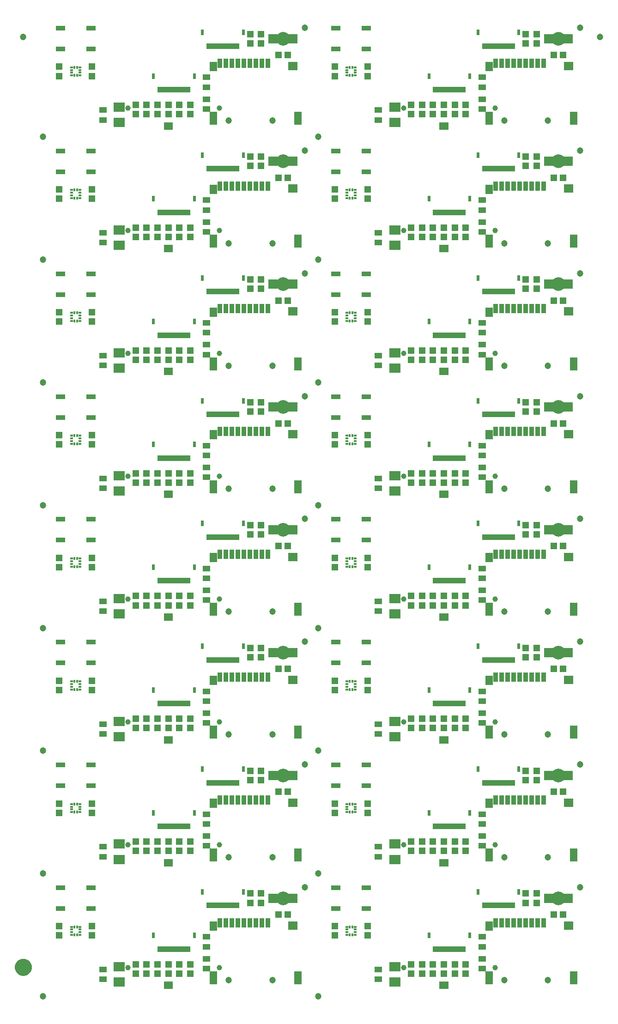
<source format=gts>
G04 EAGLE Gerber RS-274X export*
G75*
%MOMM*%
%FSLAX34Y34*%
%LPD*%
%INSoldermask Top*%
%IPPOS*%
%AMOC8*
5,1,8,0,0,1.08239X$1,22.5*%
G01*
%ADD10C,1.003200*%
%ADD11R,1.403200X1.003200*%
%ADD12R,1.203200X1.303200*%
%ADD13R,2.003200X1.803200*%
%ADD14R,0.838200X1.473200*%
%ADD15C,1.203200*%
%ADD16R,1.303200X1.203200*%
%ADD17R,1.703200X1.803200*%
%ADD18C,2.503200*%
%ADD19R,0.503200X1.003200*%
%ADD20R,0.603200X1.003200*%
%ADD21R,0.453200X0.478200*%
%ADD22R,0.478200X0.453200*%
%ADD23R,1.727200X0.965200*%
%ADD24R,0.903200X1.803200*%
%ADD25R,1.403200X2.403200*%
%ADD26R,1.803200X1.603200*%
%ADD27R,1.403200X1.803200*%
%ADD28C,1.270000*%
%ADD29C,1.703200*%


D10*
X166250Y63000D03*
X333750Y63000D03*
D11*
X120000Y59000D03*
X120000Y41000D03*
X310000Y119000D03*
X310000Y101000D03*
X310000Y61000D03*
X310000Y79000D03*
D12*
X200000Y51500D03*
X200000Y68500D03*
D13*
X150000Y64000D03*
X150000Y36000D03*
D12*
X180000Y51500D03*
X180000Y68500D03*
X280000Y51500D03*
X280000Y68500D03*
X240000Y68500D03*
X240000Y51500D03*
X260000Y51500D03*
X260000Y68500D03*
X220000Y51500D03*
X220000Y68500D03*
D14*
X235936Y30000D03*
X244064Y30000D03*
D15*
X490000Y210000D03*
X10000Y10000D03*
D12*
X390000Y181500D03*
X390000Y198500D03*
D16*
X441500Y160000D03*
X458500Y160000D03*
D17*
X432000Y190000D03*
X468000Y190000D03*
D18*
X450000Y190000D03*
D12*
X410000Y181500D03*
X410000Y198500D03*
D19*
X367500Y176500D03*
X362500Y176500D03*
D20*
X377500Y201500D03*
X302500Y201500D03*
D19*
X357500Y176500D03*
X352500Y176500D03*
X347500Y176500D03*
X342500Y176500D03*
X337500Y176500D03*
X332500Y176500D03*
X327500Y176500D03*
X322500Y176500D03*
X317500Y176500D03*
X312500Y176500D03*
D21*
X67500Y122500D03*
X72500Y122500D03*
X72500Y137500D03*
X67500Y137500D03*
D22*
X62500Y137500D03*
X62500Y132500D03*
X62500Y122500D03*
X62500Y127500D03*
X77500Y122500D03*
X77500Y127500D03*
X77500Y132500D03*
X77500Y137500D03*
D12*
X40000Y121500D03*
X40000Y138500D03*
X100000Y121500D03*
X100000Y138500D03*
D23*
X97940Y170950D03*
X42060Y170950D03*
X97940Y209050D03*
X42060Y209050D03*
D19*
X277500Y96500D03*
X272500Y96500D03*
D20*
X287500Y121500D03*
X212500Y121500D03*
D19*
X267500Y96500D03*
X262500Y96500D03*
X257500Y96500D03*
X252500Y96500D03*
X247500Y96500D03*
X242500Y96500D03*
X237500Y96500D03*
X232500Y96500D03*
X227500Y96500D03*
X222500Y96500D03*
D24*
X400500Y145000D03*
X411500Y145000D03*
X422500Y145000D03*
X389500Y145000D03*
X378500Y145000D03*
X367500Y145000D03*
X356500Y145000D03*
X345500Y145000D03*
X334500Y145000D03*
D15*
X430500Y40000D03*
X350500Y40000D03*
D25*
X477500Y44000D03*
X322500Y44000D03*
D26*
X468500Y140000D03*
D27*
X322500Y139000D03*
D10*
X671329Y63000D03*
X838829Y63000D03*
D11*
X625079Y59000D03*
X625079Y41000D03*
X815079Y119000D03*
X815079Y101000D03*
X815079Y61000D03*
X815079Y79000D03*
D12*
X705079Y51500D03*
X705079Y68500D03*
D13*
X655079Y64000D03*
X655079Y36000D03*
D12*
X685079Y51500D03*
X685079Y68500D03*
X785079Y51500D03*
X785079Y68500D03*
X745079Y68500D03*
X745079Y51500D03*
X765079Y51500D03*
X765079Y68500D03*
X725079Y51500D03*
X725079Y68500D03*
D14*
X741015Y30000D03*
X749143Y30000D03*
D15*
X995079Y210000D03*
X515079Y10000D03*
D12*
X895079Y181500D03*
X895079Y198500D03*
D16*
X946579Y160000D03*
X963579Y160000D03*
D17*
X937079Y190000D03*
X973079Y190000D03*
D18*
X955079Y190000D03*
D12*
X915079Y181500D03*
X915079Y198500D03*
D19*
X872579Y176500D03*
X867579Y176500D03*
D20*
X882579Y201500D03*
X807579Y201500D03*
D19*
X862579Y176500D03*
X857579Y176500D03*
X852579Y176500D03*
X847579Y176500D03*
X842579Y176500D03*
X837579Y176500D03*
X832579Y176500D03*
X827579Y176500D03*
X822579Y176500D03*
X817579Y176500D03*
D21*
X572579Y122500D03*
X577579Y122500D03*
X577579Y137500D03*
X572579Y137500D03*
D22*
X567579Y137500D03*
X567579Y132500D03*
X567579Y122500D03*
X567579Y127500D03*
X582579Y122500D03*
X582579Y127500D03*
X582579Y132500D03*
X582579Y137500D03*
D12*
X545079Y121500D03*
X545079Y138500D03*
X605079Y121500D03*
X605079Y138500D03*
D23*
X603019Y170950D03*
X547139Y170950D03*
X603019Y209050D03*
X547139Y209050D03*
D19*
X782579Y96500D03*
X777579Y96500D03*
D20*
X792579Y121500D03*
X717579Y121500D03*
D19*
X772579Y96500D03*
X767579Y96500D03*
X762579Y96500D03*
X757579Y96500D03*
X752579Y96500D03*
X747579Y96500D03*
X742579Y96500D03*
X737579Y96500D03*
X732579Y96500D03*
X727579Y96500D03*
D24*
X905579Y145000D03*
X916579Y145000D03*
X927579Y145000D03*
X894579Y145000D03*
X883579Y145000D03*
X872579Y145000D03*
X861579Y145000D03*
X850579Y145000D03*
X839579Y145000D03*
D15*
X935579Y40000D03*
X855579Y40000D03*
D25*
X982579Y44000D03*
X827579Y44000D03*
D26*
X973579Y140000D03*
D27*
X827579Y139000D03*
D10*
X166250Y288069D03*
X333750Y288069D03*
D11*
X120000Y284069D03*
X120000Y266069D03*
X310000Y344069D03*
X310000Y326069D03*
X310000Y286069D03*
X310000Y304069D03*
D12*
X200000Y276569D03*
X200000Y293569D03*
D13*
X150000Y289069D03*
X150000Y261069D03*
D12*
X180000Y276569D03*
X180000Y293569D03*
X280000Y276569D03*
X280000Y293569D03*
X240000Y293569D03*
X240000Y276569D03*
X260000Y276569D03*
X260000Y293569D03*
X220000Y276569D03*
X220000Y293569D03*
D14*
X235936Y255069D03*
X244064Y255069D03*
D15*
X490000Y435069D03*
X10000Y235069D03*
D12*
X390000Y406569D03*
X390000Y423569D03*
D16*
X441500Y385069D03*
X458500Y385069D03*
D17*
X432000Y415069D03*
X468000Y415069D03*
D18*
X450000Y415069D03*
D12*
X410000Y406569D03*
X410000Y423569D03*
D19*
X367500Y401569D03*
X362500Y401569D03*
D20*
X377500Y426569D03*
X302500Y426569D03*
D19*
X357500Y401569D03*
X352500Y401569D03*
X347500Y401569D03*
X342500Y401569D03*
X337500Y401569D03*
X332500Y401569D03*
X327500Y401569D03*
X322500Y401569D03*
X317500Y401569D03*
X312500Y401569D03*
D21*
X67500Y347569D03*
X72500Y347569D03*
X72500Y362569D03*
X67500Y362569D03*
D22*
X62500Y362569D03*
X62500Y357569D03*
X62500Y347569D03*
X62500Y352569D03*
X77500Y347569D03*
X77500Y352569D03*
X77500Y357569D03*
X77500Y362569D03*
D12*
X40000Y346569D03*
X40000Y363569D03*
X100000Y346569D03*
X100000Y363569D03*
D23*
X97940Y396019D03*
X42060Y396019D03*
X97940Y434119D03*
X42060Y434119D03*
D19*
X277500Y321569D03*
X272500Y321569D03*
D20*
X287500Y346569D03*
X212500Y346569D03*
D19*
X267500Y321569D03*
X262500Y321569D03*
X257500Y321569D03*
X252500Y321569D03*
X247500Y321569D03*
X242500Y321569D03*
X237500Y321569D03*
X232500Y321569D03*
X227500Y321569D03*
X222500Y321569D03*
D24*
X400500Y370069D03*
X411500Y370069D03*
X422500Y370069D03*
X389500Y370069D03*
X378500Y370069D03*
X367500Y370069D03*
X356500Y370069D03*
X345500Y370069D03*
X334500Y370069D03*
D15*
X430500Y265069D03*
X350500Y265069D03*
D25*
X477500Y269069D03*
X322500Y269069D03*
D26*
X468500Y365069D03*
D27*
X322500Y364069D03*
D10*
X671329Y288069D03*
X838829Y288069D03*
D11*
X625079Y284069D03*
X625079Y266069D03*
X815079Y344069D03*
X815079Y326069D03*
X815079Y286069D03*
X815079Y304069D03*
D12*
X705079Y276569D03*
X705079Y293569D03*
D13*
X655079Y289069D03*
X655079Y261069D03*
D12*
X685079Y276569D03*
X685079Y293569D03*
X785079Y276569D03*
X785079Y293569D03*
X745079Y293569D03*
X745079Y276569D03*
X765079Y276569D03*
X765079Y293569D03*
X725079Y276569D03*
X725079Y293569D03*
D14*
X741015Y255069D03*
X749143Y255069D03*
D15*
X995079Y435069D03*
X515079Y235069D03*
D12*
X895079Y406569D03*
X895079Y423569D03*
D16*
X946579Y385069D03*
X963579Y385069D03*
D17*
X937079Y415069D03*
X973079Y415069D03*
D18*
X955079Y415069D03*
D12*
X915079Y406569D03*
X915079Y423569D03*
D19*
X872579Y401569D03*
X867579Y401569D03*
D20*
X882579Y426569D03*
X807579Y426569D03*
D19*
X862579Y401569D03*
X857579Y401569D03*
X852579Y401569D03*
X847579Y401569D03*
X842579Y401569D03*
X837579Y401569D03*
X832579Y401569D03*
X827579Y401569D03*
X822579Y401569D03*
X817579Y401569D03*
D21*
X572579Y347569D03*
X577579Y347569D03*
X577579Y362569D03*
X572579Y362569D03*
D22*
X567579Y362569D03*
X567579Y357569D03*
X567579Y347569D03*
X567579Y352569D03*
X582579Y347569D03*
X582579Y352569D03*
X582579Y357569D03*
X582579Y362569D03*
D12*
X545079Y346569D03*
X545079Y363569D03*
X605079Y346569D03*
X605079Y363569D03*
D23*
X603019Y396019D03*
X547139Y396019D03*
X603019Y434119D03*
X547139Y434119D03*
D19*
X782579Y321569D03*
X777579Y321569D03*
D20*
X792579Y346569D03*
X717579Y346569D03*
D19*
X772579Y321569D03*
X767579Y321569D03*
X762579Y321569D03*
X757579Y321569D03*
X752579Y321569D03*
X747579Y321569D03*
X742579Y321569D03*
X737579Y321569D03*
X732579Y321569D03*
X727579Y321569D03*
D24*
X905579Y370069D03*
X916579Y370069D03*
X927579Y370069D03*
X894579Y370069D03*
X883579Y370069D03*
X872579Y370069D03*
X861579Y370069D03*
X850579Y370069D03*
X839579Y370069D03*
D15*
X935579Y265069D03*
X855579Y265069D03*
D25*
X982579Y269069D03*
X827579Y269069D03*
D26*
X973579Y365069D03*
D27*
X827579Y364069D03*
D10*
X166250Y513164D03*
X333750Y513164D03*
D11*
X120000Y509164D03*
X120000Y491164D03*
X310000Y569164D03*
X310000Y551164D03*
X310000Y511164D03*
X310000Y529164D03*
D12*
X200000Y501664D03*
X200000Y518664D03*
D13*
X150000Y514164D03*
X150000Y486164D03*
D12*
X180000Y501664D03*
X180000Y518664D03*
X280000Y501664D03*
X280000Y518664D03*
X240000Y518664D03*
X240000Y501664D03*
X260000Y501664D03*
X260000Y518664D03*
X220000Y501664D03*
X220000Y518664D03*
D14*
X235936Y480164D03*
X244064Y480164D03*
D15*
X490000Y660164D03*
X10000Y460164D03*
D12*
X390000Y631664D03*
X390000Y648664D03*
D16*
X441500Y610164D03*
X458500Y610164D03*
D17*
X432000Y640164D03*
X468000Y640164D03*
D18*
X450000Y640164D03*
D12*
X410000Y631664D03*
X410000Y648664D03*
D19*
X367500Y626664D03*
X362500Y626664D03*
D20*
X377500Y651664D03*
X302500Y651664D03*
D19*
X357500Y626664D03*
X352500Y626664D03*
X347500Y626664D03*
X342500Y626664D03*
X337500Y626664D03*
X332500Y626664D03*
X327500Y626664D03*
X322500Y626664D03*
X317500Y626664D03*
X312500Y626664D03*
D21*
X67500Y572664D03*
X72500Y572664D03*
X72500Y587664D03*
X67500Y587664D03*
D22*
X62500Y587664D03*
X62500Y582664D03*
X62500Y572664D03*
X62500Y577664D03*
X77500Y572664D03*
X77500Y577664D03*
X77500Y582664D03*
X77500Y587664D03*
D12*
X40000Y571664D03*
X40000Y588664D03*
X100000Y571664D03*
X100000Y588664D03*
D23*
X97940Y621114D03*
X42060Y621114D03*
X97940Y659214D03*
X42060Y659214D03*
D19*
X277500Y546664D03*
X272500Y546664D03*
D20*
X287500Y571664D03*
X212500Y571664D03*
D19*
X267500Y546664D03*
X262500Y546664D03*
X257500Y546664D03*
X252500Y546664D03*
X247500Y546664D03*
X242500Y546664D03*
X237500Y546664D03*
X232500Y546664D03*
X227500Y546664D03*
X222500Y546664D03*
D24*
X400500Y595164D03*
X411500Y595164D03*
X422500Y595164D03*
X389500Y595164D03*
X378500Y595164D03*
X367500Y595164D03*
X356500Y595164D03*
X345500Y595164D03*
X334500Y595164D03*
D15*
X430500Y490164D03*
X350500Y490164D03*
D25*
X477500Y494164D03*
X322500Y494164D03*
D26*
X468500Y590164D03*
D27*
X322500Y589164D03*
D10*
X671329Y513164D03*
X838829Y513164D03*
D11*
X625079Y509164D03*
X625079Y491164D03*
X815079Y569164D03*
X815079Y551164D03*
X815079Y511164D03*
X815079Y529164D03*
D12*
X705079Y501664D03*
X705079Y518664D03*
D13*
X655079Y514164D03*
X655079Y486164D03*
D12*
X685079Y501664D03*
X685079Y518664D03*
X785079Y501664D03*
X785079Y518664D03*
X745079Y518664D03*
X745079Y501664D03*
X765079Y501664D03*
X765079Y518664D03*
X725079Y501664D03*
X725079Y518664D03*
D14*
X741015Y480164D03*
X749143Y480164D03*
D15*
X995079Y660164D03*
X515079Y460164D03*
D12*
X895079Y631664D03*
X895079Y648664D03*
D16*
X946579Y610164D03*
X963579Y610164D03*
D17*
X937079Y640164D03*
X973079Y640164D03*
D18*
X955079Y640164D03*
D12*
X915079Y631664D03*
X915079Y648664D03*
D19*
X872579Y626664D03*
X867579Y626664D03*
D20*
X882579Y651664D03*
X807579Y651664D03*
D19*
X862579Y626664D03*
X857579Y626664D03*
X852579Y626664D03*
X847579Y626664D03*
X842579Y626664D03*
X837579Y626664D03*
X832579Y626664D03*
X827579Y626664D03*
X822579Y626664D03*
X817579Y626664D03*
D21*
X572579Y572664D03*
X577579Y572664D03*
X577579Y587664D03*
X572579Y587664D03*
D22*
X567579Y587664D03*
X567579Y582664D03*
X567579Y572664D03*
X567579Y577664D03*
X582579Y572664D03*
X582579Y577664D03*
X582579Y582664D03*
X582579Y587664D03*
D12*
X545079Y571664D03*
X545079Y588664D03*
X605079Y571664D03*
X605079Y588664D03*
D23*
X603019Y621114D03*
X547139Y621114D03*
X603019Y659214D03*
X547139Y659214D03*
D19*
X782579Y546664D03*
X777579Y546664D03*
D20*
X792579Y571664D03*
X717579Y571664D03*
D19*
X772579Y546664D03*
X767579Y546664D03*
X762579Y546664D03*
X757579Y546664D03*
X752579Y546664D03*
X747579Y546664D03*
X742579Y546664D03*
X737579Y546664D03*
X732579Y546664D03*
X727579Y546664D03*
D24*
X905579Y595164D03*
X916579Y595164D03*
X927579Y595164D03*
X894579Y595164D03*
X883579Y595164D03*
X872579Y595164D03*
X861579Y595164D03*
X850579Y595164D03*
X839579Y595164D03*
D15*
X935579Y490164D03*
X855579Y490164D03*
D25*
X982579Y494164D03*
X827579Y494164D03*
D26*
X973579Y590164D03*
D27*
X827579Y589164D03*
D10*
X166250Y738234D03*
X333750Y738234D03*
D11*
X120000Y734234D03*
X120000Y716234D03*
X310000Y794234D03*
X310000Y776234D03*
X310000Y736234D03*
X310000Y754234D03*
D12*
X200000Y726734D03*
X200000Y743734D03*
D13*
X150000Y739234D03*
X150000Y711234D03*
D12*
X180000Y726734D03*
X180000Y743734D03*
X280000Y726734D03*
X280000Y743734D03*
X240000Y743734D03*
X240000Y726734D03*
X260000Y726734D03*
X260000Y743734D03*
X220000Y726734D03*
X220000Y743734D03*
D14*
X235936Y705234D03*
X244064Y705234D03*
D15*
X490000Y885234D03*
X10000Y685234D03*
D12*
X390000Y856734D03*
X390000Y873734D03*
D16*
X441500Y835234D03*
X458500Y835234D03*
D17*
X432000Y865234D03*
X468000Y865234D03*
D18*
X450000Y865234D03*
D12*
X410000Y856734D03*
X410000Y873734D03*
D19*
X367500Y851734D03*
X362500Y851734D03*
D20*
X377500Y876734D03*
X302500Y876734D03*
D19*
X357500Y851734D03*
X352500Y851734D03*
X347500Y851734D03*
X342500Y851734D03*
X337500Y851734D03*
X332500Y851734D03*
X327500Y851734D03*
X322500Y851734D03*
X317500Y851734D03*
X312500Y851734D03*
D21*
X67500Y797734D03*
X72500Y797734D03*
X72500Y812734D03*
X67500Y812734D03*
D22*
X62500Y812734D03*
X62500Y807734D03*
X62500Y797734D03*
X62500Y802734D03*
X77500Y797734D03*
X77500Y802734D03*
X77500Y807734D03*
X77500Y812734D03*
D12*
X40000Y796734D03*
X40000Y813734D03*
X100000Y796734D03*
X100000Y813734D03*
D23*
X97940Y846184D03*
X42060Y846184D03*
X97940Y884284D03*
X42060Y884284D03*
D19*
X277500Y771734D03*
X272500Y771734D03*
D20*
X287500Y796734D03*
X212500Y796734D03*
D19*
X267500Y771734D03*
X262500Y771734D03*
X257500Y771734D03*
X252500Y771734D03*
X247500Y771734D03*
X242500Y771734D03*
X237500Y771734D03*
X232500Y771734D03*
X227500Y771734D03*
X222500Y771734D03*
D24*
X400500Y820234D03*
X411500Y820234D03*
X422500Y820234D03*
X389500Y820234D03*
X378500Y820234D03*
X367500Y820234D03*
X356500Y820234D03*
X345500Y820234D03*
X334500Y820234D03*
D15*
X430500Y715234D03*
X350500Y715234D03*
D25*
X477500Y719234D03*
X322500Y719234D03*
D26*
X468500Y815234D03*
D27*
X322500Y814234D03*
D10*
X671329Y738234D03*
X838829Y738234D03*
D11*
X625079Y734234D03*
X625079Y716234D03*
X815079Y794234D03*
X815079Y776234D03*
X815079Y736234D03*
X815079Y754234D03*
D12*
X705079Y726734D03*
X705079Y743734D03*
D13*
X655079Y739234D03*
X655079Y711234D03*
D12*
X685079Y726734D03*
X685079Y743734D03*
X785079Y726734D03*
X785079Y743734D03*
X745079Y743734D03*
X745079Y726734D03*
X765079Y726734D03*
X765079Y743734D03*
X725079Y726734D03*
X725079Y743734D03*
D14*
X741015Y705234D03*
X749143Y705234D03*
D15*
X995079Y885234D03*
X515079Y685234D03*
D12*
X895079Y856734D03*
X895079Y873734D03*
D16*
X946579Y835234D03*
X963579Y835234D03*
D17*
X937079Y865234D03*
X973079Y865234D03*
D18*
X955079Y865234D03*
D12*
X915079Y856734D03*
X915079Y873734D03*
D19*
X872579Y851734D03*
X867579Y851734D03*
D20*
X882579Y876734D03*
X807579Y876734D03*
D19*
X862579Y851734D03*
X857579Y851734D03*
X852579Y851734D03*
X847579Y851734D03*
X842579Y851734D03*
X837579Y851734D03*
X832579Y851734D03*
X827579Y851734D03*
X822579Y851734D03*
X817579Y851734D03*
D21*
X572579Y797734D03*
X577579Y797734D03*
X577579Y812734D03*
X572579Y812734D03*
D22*
X567579Y812734D03*
X567579Y807734D03*
X567579Y797734D03*
X567579Y802734D03*
X582579Y797734D03*
X582579Y802734D03*
X582579Y807734D03*
X582579Y812734D03*
D12*
X545079Y796734D03*
X545079Y813734D03*
X605079Y796734D03*
X605079Y813734D03*
D23*
X603019Y846184D03*
X547139Y846184D03*
X603019Y884284D03*
X547139Y884284D03*
D19*
X782579Y771734D03*
X777579Y771734D03*
D20*
X792579Y796734D03*
X717579Y796734D03*
D19*
X772579Y771734D03*
X767579Y771734D03*
X762579Y771734D03*
X757579Y771734D03*
X752579Y771734D03*
X747579Y771734D03*
X742579Y771734D03*
X737579Y771734D03*
X732579Y771734D03*
X727579Y771734D03*
D24*
X905579Y820234D03*
X916579Y820234D03*
X927579Y820234D03*
X894579Y820234D03*
X883579Y820234D03*
X872579Y820234D03*
X861579Y820234D03*
X850579Y820234D03*
X839579Y820234D03*
D15*
X935579Y715234D03*
X855579Y715234D03*
D25*
X982579Y719234D03*
X827579Y719234D03*
D26*
X973579Y815234D03*
D27*
X827579Y814234D03*
D10*
X166250Y963328D03*
X333750Y963328D03*
D11*
X120000Y959328D03*
X120000Y941328D03*
X310000Y1019328D03*
X310000Y1001328D03*
X310000Y961328D03*
X310000Y979328D03*
D12*
X200000Y951828D03*
X200000Y968828D03*
D13*
X150000Y964328D03*
X150000Y936328D03*
D12*
X180000Y951828D03*
X180000Y968828D03*
X280000Y951828D03*
X280000Y968828D03*
X240000Y968828D03*
X240000Y951828D03*
X260000Y951828D03*
X260000Y968828D03*
X220000Y951828D03*
X220000Y968828D03*
D14*
X235936Y930328D03*
X244064Y930328D03*
D15*
X490000Y1110328D03*
X10000Y910328D03*
D12*
X390000Y1081828D03*
X390000Y1098828D03*
D16*
X441500Y1060328D03*
X458500Y1060328D03*
D17*
X432000Y1090328D03*
X468000Y1090328D03*
D18*
X450000Y1090328D03*
D12*
X410000Y1081828D03*
X410000Y1098828D03*
D19*
X367500Y1076828D03*
X362500Y1076828D03*
D20*
X377500Y1101828D03*
X302500Y1101828D03*
D19*
X357500Y1076828D03*
X352500Y1076828D03*
X347500Y1076828D03*
X342500Y1076828D03*
X337500Y1076828D03*
X332500Y1076828D03*
X327500Y1076828D03*
X322500Y1076828D03*
X317500Y1076828D03*
X312500Y1076828D03*
D21*
X67500Y1022828D03*
X72500Y1022828D03*
X72500Y1037828D03*
X67500Y1037828D03*
D22*
X62500Y1037828D03*
X62500Y1032828D03*
X62500Y1022828D03*
X62500Y1027828D03*
X77500Y1022828D03*
X77500Y1027828D03*
X77500Y1032828D03*
X77500Y1037828D03*
D12*
X40000Y1021828D03*
X40000Y1038828D03*
X100000Y1021828D03*
X100000Y1038828D03*
D23*
X97940Y1071278D03*
X42060Y1071278D03*
X97940Y1109378D03*
X42060Y1109378D03*
D19*
X277500Y996828D03*
X272500Y996828D03*
D20*
X287500Y1021828D03*
X212500Y1021828D03*
D19*
X267500Y996828D03*
X262500Y996828D03*
X257500Y996828D03*
X252500Y996828D03*
X247500Y996828D03*
X242500Y996828D03*
X237500Y996828D03*
X232500Y996828D03*
X227500Y996828D03*
X222500Y996828D03*
D24*
X400500Y1045328D03*
X411500Y1045328D03*
X422500Y1045328D03*
X389500Y1045328D03*
X378500Y1045328D03*
X367500Y1045328D03*
X356500Y1045328D03*
X345500Y1045328D03*
X334500Y1045328D03*
D15*
X430500Y940328D03*
X350500Y940328D03*
D25*
X477500Y944328D03*
X322500Y944328D03*
D26*
X468500Y1040328D03*
D27*
X322500Y1039328D03*
D10*
X671329Y963328D03*
X838829Y963328D03*
D11*
X625079Y959328D03*
X625079Y941328D03*
X815079Y1019328D03*
X815079Y1001328D03*
X815079Y961328D03*
X815079Y979328D03*
D12*
X705079Y951828D03*
X705079Y968828D03*
D13*
X655079Y964328D03*
X655079Y936328D03*
D12*
X685079Y951828D03*
X685079Y968828D03*
X785079Y951828D03*
X785079Y968828D03*
X745079Y968828D03*
X745079Y951828D03*
X765079Y951828D03*
X765079Y968828D03*
X725079Y951828D03*
X725079Y968828D03*
D14*
X741015Y930328D03*
X749143Y930328D03*
D15*
X995079Y1110328D03*
X515079Y910328D03*
D12*
X895079Y1081828D03*
X895079Y1098828D03*
D16*
X946579Y1060328D03*
X963579Y1060328D03*
D17*
X937079Y1090328D03*
X973079Y1090328D03*
D18*
X955079Y1090328D03*
D12*
X915079Y1081828D03*
X915079Y1098828D03*
D19*
X872579Y1076828D03*
X867579Y1076828D03*
D20*
X882579Y1101828D03*
X807579Y1101828D03*
D19*
X862579Y1076828D03*
X857579Y1076828D03*
X852579Y1076828D03*
X847579Y1076828D03*
X842579Y1076828D03*
X837579Y1076828D03*
X832579Y1076828D03*
X827579Y1076828D03*
X822579Y1076828D03*
X817579Y1076828D03*
D21*
X572579Y1022828D03*
X577579Y1022828D03*
X577579Y1037828D03*
X572579Y1037828D03*
D22*
X567579Y1037828D03*
X567579Y1032828D03*
X567579Y1022828D03*
X567579Y1027828D03*
X582579Y1022828D03*
X582579Y1027828D03*
X582579Y1032828D03*
X582579Y1037828D03*
D12*
X545079Y1021828D03*
X545079Y1038828D03*
X605079Y1021828D03*
X605079Y1038828D03*
D23*
X603019Y1071278D03*
X547139Y1071278D03*
X603019Y1109378D03*
X547139Y1109378D03*
D19*
X782579Y996828D03*
X777579Y996828D03*
D20*
X792579Y1021828D03*
X717579Y1021828D03*
D19*
X772579Y996828D03*
X767579Y996828D03*
X762579Y996828D03*
X757579Y996828D03*
X752579Y996828D03*
X747579Y996828D03*
X742579Y996828D03*
X737579Y996828D03*
X732579Y996828D03*
X727579Y996828D03*
D24*
X905579Y1045328D03*
X916579Y1045328D03*
X927579Y1045328D03*
X894579Y1045328D03*
X883579Y1045328D03*
X872579Y1045328D03*
X861579Y1045328D03*
X850579Y1045328D03*
X839579Y1045328D03*
D15*
X935579Y940328D03*
X855579Y940328D03*
D25*
X982579Y944328D03*
X827579Y944328D03*
D26*
X973579Y1040328D03*
D27*
X827579Y1039328D03*
D10*
X166250Y1188398D03*
X333750Y1188398D03*
D11*
X120000Y1184398D03*
X120000Y1166398D03*
X310000Y1244398D03*
X310000Y1226398D03*
X310000Y1186398D03*
X310000Y1204398D03*
D12*
X200000Y1176898D03*
X200000Y1193898D03*
D13*
X150000Y1189398D03*
X150000Y1161398D03*
D12*
X180000Y1176898D03*
X180000Y1193898D03*
X280000Y1176898D03*
X280000Y1193898D03*
X240000Y1193898D03*
X240000Y1176898D03*
X260000Y1176898D03*
X260000Y1193898D03*
X220000Y1176898D03*
X220000Y1193898D03*
D14*
X235936Y1155398D03*
X244064Y1155398D03*
D15*
X490000Y1335398D03*
X10000Y1135398D03*
D12*
X390000Y1306898D03*
X390000Y1323898D03*
D16*
X441500Y1285398D03*
X458500Y1285398D03*
D17*
X432000Y1315398D03*
X468000Y1315398D03*
D18*
X450000Y1315398D03*
D12*
X410000Y1306898D03*
X410000Y1323898D03*
D19*
X367500Y1301898D03*
X362500Y1301898D03*
D20*
X377500Y1326898D03*
X302500Y1326898D03*
D19*
X357500Y1301898D03*
X352500Y1301898D03*
X347500Y1301898D03*
X342500Y1301898D03*
X337500Y1301898D03*
X332500Y1301898D03*
X327500Y1301898D03*
X322500Y1301898D03*
X317500Y1301898D03*
X312500Y1301898D03*
D21*
X67500Y1247898D03*
X72500Y1247898D03*
X72500Y1262898D03*
X67500Y1262898D03*
D22*
X62500Y1262898D03*
X62500Y1257898D03*
X62500Y1247898D03*
X62500Y1252898D03*
X77500Y1247898D03*
X77500Y1252898D03*
X77500Y1257898D03*
X77500Y1262898D03*
D12*
X40000Y1246898D03*
X40000Y1263898D03*
X100000Y1246898D03*
X100000Y1263898D03*
D23*
X97940Y1296348D03*
X42060Y1296348D03*
X97940Y1334448D03*
X42060Y1334448D03*
D19*
X277500Y1221898D03*
X272500Y1221898D03*
D20*
X287500Y1246898D03*
X212500Y1246898D03*
D19*
X267500Y1221898D03*
X262500Y1221898D03*
X257500Y1221898D03*
X252500Y1221898D03*
X247500Y1221898D03*
X242500Y1221898D03*
X237500Y1221898D03*
X232500Y1221898D03*
X227500Y1221898D03*
X222500Y1221898D03*
D24*
X400500Y1270398D03*
X411500Y1270398D03*
X422500Y1270398D03*
X389500Y1270398D03*
X378500Y1270398D03*
X367500Y1270398D03*
X356500Y1270398D03*
X345500Y1270398D03*
X334500Y1270398D03*
D15*
X430500Y1165398D03*
X350500Y1165398D03*
D25*
X477500Y1169398D03*
X322500Y1169398D03*
D26*
X468500Y1265398D03*
D27*
X322500Y1264398D03*
D10*
X671329Y1188398D03*
X838829Y1188398D03*
D11*
X625079Y1184398D03*
X625079Y1166398D03*
X815079Y1244398D03*
X815079Y1226398D03*
X815079Y1186398D03*
X815079Y1204398D03*
D12*
X705079Y1176898D03*
X705079Y1193898D03*
D13*
X655079Y1189398D03*
X655079Y1161398D03*
D12*
X685079Y1176898D03*
X685079Y1193898D03*
X785079Y1176898D03*
X785079Y1193898D03*
X745079Y1193898D03*
X745079Y1176898D03*
X765079Y1176898D03*
X765079Y1193898D03*
X725079Y1176898D03*
X725079Y1193898D03*
D14*
X741015Y1155398D03*
X749143Y1155398D03*
D15*
X995079Y1335398D03*
X515079Y1135398D03*
D12*
X895079Y1306898D03*
X895079Y1323898D03*
D16*
X946579Y1285398D03*
X963579Y1285398D03*
D17*
X937079Y1315398D03*
X973079Y1315398D03*
D18*
X955079Y1315398D03*
D12*
X915079Y1306898D03*
X915079Y1323898D03*
D19*
X872579Y1301898D03*
X867579Y1301898D03*
D20*
X882579Y1326898D03*
X807579Y1326898D03*
D19*
X862579Y1301898D03*
X857579Y1301898D03*
X852579Y1301898D03*
X847579Y1301898D03*
X842579Y1301898D03*
X837579Y1301898D03*
X832579Y1301898D03*
X827579Y1301898D03*
X822579Y1301898D03*
X817579Y1301898D03*
D21*
X572579Y1247898D03*
X577579Y1247898D03*
X577579Y1262898D03*
X572579Y1262898D03*
D22*
X567579Y1262898D03*
X567579Y1257898D03*
X567579Y1247898D03*
X567579Y1252898D03*
X582579Y1247898D03*
X582579Y1252898D03*
X582579Y1257898D03*
X582579Y1262898D03*
D12*
X545079Y1246898D03*
X545079Y1263898D03*
X605079Y1246898D03*
X605079Y1263898D03*
D23*
X603019Y1296348D03*
X547139Y1296348D03*
X603019Y1334448D03*
X547139Y1334448D03*
D19*
X782579Y1221898D03*
X777579Y1221898D03*
D20*
X792579Y1246898D03*
X717579Y1246898D03*
D19*
X772579Y1221898D03*
X767579Y1221898D03*
X762579Y1221898D03*
X757579Y1221898D03*
X752579Y1221898D03*
X747579Y1221898D03*
X742579Y1221898D03*
X737579Y1221898D03*
X732579Y1221898D03*
X727579Y1221898D03*
D24*
X905579Y1270398D03*
X916579Y1270398D03*
X927579Y1270398D03*
X894579Y1270398D03*
X883579Y1270398D03*
X872579Y1270398D03*
X861579Y1270398D03*
X850579Y1270398D03*
X839579Y1270398D03*
D15*
X935579Y1165398D03*
X855579Y1165398D03*
D25*
X982579Y1169398D03*
X827579Y1169398D03*
D26*
X973579Y1265398D03*
D27*
X827579Y1264398D03*
D10*
X166250Y1413493D03*
X333750Y1413493D03*
D11*
X120000Y1409493D03*
X120000Y1391493D03*
X310000Y1469493D03*
X310000Y1451493D03*
X310000Y1411493D03*
X310000Y1429493D03*
D12*
X200000Y1401993D03*
X200000Y1418993D03*
D13*
X150000Y1414493D03*
X150000Y1386493D03*
D12*
X180000Y1401993D03*
X180000Y1418993D03*
X280000Y1401993D03*
X280000Y1418993D03*
X240000Y1418993D03*
X240000Y1401993D03*
X260000Y1401993D03*
X260000Y1418993D03*
X220000Y1401993D03*
X220000Y1418993D03*
D14*
X235936Y1380493D03*
X244064Y1380493D03*
D15*
X490000Y1560493D03*
X10000Y1360493D03*
D12*
X390000Y1531993D03*
X390000Y1548993D03*
D16*
X441500Y1510493D03*
X458500Y1510493D03*
D17*
X432000Y1540493D03*
X468000Y1540493D03*
D18*
X450000Y1540493D03*
D12*
X410000Y1531993D03*
X410000Y1548993D03*
D19*
X367500Y1526993D03*
X362500Y1526993D03*
D20*
X377500Y1551993D03*
X302500Y1551993D03*
D19*
X357500Y1526993D03*
X352500Y1526993D03*
X347500Y1526993D03*
X342500Y1526993D03*
X337500Y1526993D03*
X332500Y1526993D03*
X327500Y1526993D03*
X322500Y1526993D03*
X317500Y1526993D03*
X312500Y1526993D03*
D21*
X67500Y1472993D03*
X72500Y1472993D03*
X72500Y1487993D03*
X67500Y1487993D03*
D22*
X62500Y1487993D03*
X62500Y1482993D03*
X62500Y1472993D03*
X62500Y1477993D03*
X77500Y1472993D03*
X77500Y1477993D03*
X77500Y1482993D03*
X77500Y1487993D03*
D12*
X40000Y1471993D03*
X40000Y1488993D03*
X100000Y1471993D03*
X100000Y1488993D03*
D23*
X97940Y1521443D03*
X42060Y1521443D03*
X97940Y1559543D03*
X42060Y1559543D03*
D19*
X277500Y1446993D03*
X272500Y1446993D03*
D20*
X287500Y1471993D03*
X212500Y1471993D03*
D19*
X267500Y1446993D03*
X262500Y1446993D03*
X257500Y1446993D03*
X252500Y1446993D03*
X247500Y1446993D03*
X242500Y1446993D03*
X237500Y1446993D03*
X232500Y1446993D03*
X227500Y1446993D03*
X222500Y1446993D03*
D24*
X400500Y1495493D03*
X411500Y1495493D03*
X422500Y1495493D03*
X389500Y1495493D03*
X378500Y1495493D03*
X367500Y1495493D03*
X356500Y1495493D03*
X345500Y1495493D03*
X334500Y1495493D03*
D15*
X430500Y1390493D03*
X350500Y1390493D03*
D25*
X477500Y1394493D03*
X322500Y1394493D03*
D26*
X468500Y1490493D03*
D27*
X322500Y1489493D03*
D10*
X671329Y1413493D03*
X838829Y1413493D03*
D11*
X625079Y1409493D03*
X625079Y1391493D03*
X815079Y1469493D03*
X815079Y1451493D03*
X815079Y1411493D03*
X815079Y1429493D03*
D12*
X705079Y1401993D03*
X705079Y1418993D03*
D13*
X655079Y1414493D03*
X655079Y1386493D03*
D12*
X685079Y1401993D03*
X685079Y1418993D03*
X785079Y1401993D03*
X785079Y1418993D03*
X745079Y1418993D03*
X745079Y1401993D03*
X765079Y1401993D03*
X765079Y1418993D03*
X725079Y1401993D03*
X725079Y1418993D03*
D14*
X741015Y1380493D03*
X749143Y1380493D03*
D15*
X995079Y1560493D03*
X515079Y1360493D03*
D12*
X895079Y1531993D03*
X895079Y1548993D03*
D16*
X946579Y1510493D03*
X963579Y1510493D03*
D17*
X937079Y1540493D03*
X973079Y1540493D03*
D18*
X955079Y1540493D03*
D12*
X915079Y1531993D03*
X915079Y1548993D03*
D19*
X872579Y1526993D03*
X867579Y1526993D03*
D20*
X882579Y1551993D03*
X807579Y1551993D03*
D19*
X862579Y1526993D03*
X857579Y1526993D03*
X852579Y1526993D03*
X847579Y1526993D03*
X842579Y1526993D03*
X837579Y1526993D03*
X832579Y1526993D03*
X827579Y1526993D03*
X822579Y1526993D03*
X817579Y1526993D03*
D21*
X572579Y1472993D03*
X577579Y1472993D03*
X577579Y1487993D03*
X572579Y1487993D03*
D22*
X567579Y1487993D03*
X567579Y1482993D03*
X567579Y1472993D03*
X567579Y1477993D03*
X582579Y1472993D03*
X582579Y1477993D03*
X582579Y1482993D03*
X582579Y1487993D03*
D12*
X545079Y1471993D03*
X545079Y1488993D03*
X605079Y1471993D03*
X605079Y1488993D03*
D23*
X603019Y1521443D03*
X547139Y1521443D03*
X603019Y1559543D03*
X547139Y1559543D03*
D19*
X782579Y1446993D03*
X777579Y1446993D03*
D20*
X792579Y1471993D03*
X717579Y1471993D03*
D19*
X772579Y1446993D03*
X767579Y1446993D03*
X762579Y1446993D03*
X757579Y1446993D03*
X752579Y1446993D03*
X747579Y1446993D03*
X742579Y1446993D03*
X737579Y1446993D03*
X732579Y1446993D03*
X727579Y1446993D03*
D24*
X905579Y1495493D03*
X916579Y1495493D03*
X927579Y1495493D03*
X894579Y1495493D03*
X883579Y1495493D03*
X872579Y1495493D03*
X861579Y1495493D03*
X850579Y1495493D03*
X839579Y1495493D03*
D15*
X935579Y1390493D03*
X855579Y1390493D03*
D25*
X982579Y1394493D03*
X827579Y1394493D03*
D26*
X973579Y1490493D03*
D27*
X827579Y1489493D03*
D10*
X166250Y1638562D03*
X333750Y1638562D03*
D11*
X120000Y1634562D03*
X120000Y1616562D03*
X310000Y1694562D03*
X310000Y1676562D03*
X310000Y1636562D03*
X310000Y1654562D03*
D12*
X200000Y1627062D03*
X200000Y1644062D03*
D13*
X150000Y1639562D03*
X150000Y1611562D03*
D12*
X180000Y1627062D03*
X180000Y1644062D03*
X280000Y1627062D03*
X280000Y1644062D03*
X240000Y1644062D03*
X240000Y1627062D03*
X260000Y1627062D03*
X260000Y1644062D03*
X220000Y1627062D03*
X220000Y1644062D03*
D14*
X235936Y1605562D03*
X244064Y1605562D03*
D15*
X490000Y1785562D03*
X10000Y1585562D03*
D12*
X390000Y1757062D03*
X390000Y1774062D03*
D16*
X441500Y1735562D03*
X458500Y1735562D03*
D17*
X432000Y1765562D03*
X468000Y1765562D03*
D18*
X450000Y1765562D03*
D12*
X410000Y1757062D03*
X410000Y1774062D03*
D19*
X367500Y1752062D03*
X362500Y1752062D03*
D20*
X377500Y1777062D03*
X302500Y1777062D03*
D19*
X357500Y1752062D03*
X352500Y1752062D03*
X347500Y1752062D03*
X342500Y1752062D03*
X337500Y1752062D03*
X332500Y1752062D03*
X327500Y1752062D03*
X322500Y1752062D03*
X317500Y1752062D03*
X312500Y1752062D03*
D21*
X67500Y1698062D03*
X72500Y1698062D03*
X72500Y1713062D03*
X67500Y1713062D03*
D22*
X62500Y1713062D03*
X62500Y1708062D03*
X62500Y1698062D03*
X62500Y1703062D03*
X77500Y1698062D03*
X77500Y1703062D03*
X77500Y1708062D03*
X77500Y1713062D03*
D12*
X40000Y1697062D03*
X40000Y1714062D03*
X100000Y1697062D03*
X100000Y1714062D03*
D23*
X97940Y1746512D03*
X42060Y1746512D03*
X97940Y1784612D03*
X42060Y1784612D03*
D19*
X277500Y1672062D03*
X272500Y1672062D03*
D20*
X287500Y1697062D03*
X212500Y1697062D03*
D19*
X267500Y1672062D03*
X262500Y1672062D03*
X257500Y1672062D03*
X252500Y1672062D03*
X247500Y1672062D03*
X242500Y1672062D03*
X237500Y1672062D03*
X232500Y1672062D03*
X227500Y1672062D03*
X222500Y1672062D03*
D24*
X400500Y1720562D03*
X411500Y1720562D03*
X422500Y1720562D03*
X389500Y1720562D03*
X378500Y1720562D03*
X367500Y1720562D03*
X356500Y1720562D03*
X345500Y1720562D03*
X334500Y1720562D03*
D15*
X430500Y1615562D03*
X350500Y1615562D03*
D25*
X477500Y1619562D03*
X322500Y1619562D03*
D26*
X468500Y1715562D03*
D27*
X322500Y1714562D03*
D10*
X671329Y1638562D03*
X838829Y1638562D03*
D11*
X625079Y1634562D03*
X625079Y1616562D03*
X815079Y1694562D03*
X815079Y1676562D03*
X815079Y1636562D03*
X815079Y1654562D03*
D12*
X705079Y1627062D03*
X705079Y1644062D03*
D13*
X655079Y1639562D03*
X655079Y1611562D03*
D12*
X685079Y1627062D03*
X685079Y1644062D03*
X785079Y1627062D03*
X785079Y1644062D03*
X745079Y1644062D03*
X745079Y1627062D03*
X765079Y1627062D03*
X765079Y1644062D03*
X725079Y1627062D03*
X725079Y1644062D03*
D14*
X741015Y1605562D03*
X749143Y1605562D03*
D15*
X995079Y1785562D03*
X515079Y1585562D03*
D12*
X895079Y1757062D03*
X895079Y1774062D03*
D16*
X946579Y1735562D03*
X963579Y1735562D03*
D17*
X937079Y1765562D03*
X973079Y1765562D03*
D18*
X955079Y1765562D03*
D12*
X915079Y1757062D03*
X915079Y1774062D03*
D19*
X872579Y1752062D03*
X867579Y1752062D03*
D20*
X882579Y1777062D03*
X807579Y1777062D03*
D19*
X862579Y1752062D03*
X857579Y1752062D03*
X852579Y1752062D03*
X847579Y1752062D03*
X842579Y1752062D03*
X837579Y1752062D03*
X832579Y1752062D03*
X827579Y1752062D03*
X822579Y1752062D03*
X817579Y1752062D03*
D21*
X572579Y1698062D03*
X577579Y1698062D03*
X577579Y1713062D03*
X572579Y1713062D03*
D22*
X567579Y1713062D03*
X567579Y1708062D03*
X567579Y1698062D03*
X567579Y1703062D03*
X582579Y1698062D03*
X582579Y1703062D03*
X582579Y1708062D03*
X582579Y1713062D03*
D12*
X545079Y1697062D03*
X545079Y1714062D03*
X605079Y1697062D03*
X605079Y1714062D03*
D23*
X603019Y1746512D03*
X547139Y1746512D03*
X603019Y1784612D03*
X547139Y1784612D03*
D19*
X782579Y1672062D03*
X777579Y1672062D03*
D20*
X792579Y1697062D03*
X717579Y1697062D03*
D19*
X772579Y1672062D03*
X767579Y1672062D03*
X762579Y1672062D03*
X757579Y1672062D03*
X752579Y1672062D03*
X747579Y1672062D03*
X742579Y1672062D03*
X737579Y1672062D03*
X732579Y1672062D03*
X727579Y1672062D03*
D24*
X905579Y1720562D03*
X916579Y1720562D03*
X927579Y1720562D03*
X894579Y1720562D03*
X883579Y1720562D03*
X872579Y1720562D03*
X861579Y1720562D03*
X850579Y1720562D03*
X839579Y1720562D03*
D15*
X935579Y1615562D03*
X855579Y1615562D03*
D25*
X982579Y1619562D03*
X827579Y1619562D03*
D26*
X973579Y1715562D03*
D27*
X827579Y1714562D03*
D15*
X-26238Y1768881D03*
X1031316Y1768881D03*
D28*
X-35293Y63500D02*
X-35290Y63722D01*
X-35282Y63944D01*
X-35268Y64166D01*
X-35249Y64388D01*
X-35225Y64608D01*
X-35195Y64829D01*
X-35160Y65048D01*
X-35119Y65267D01*
X-35073Y65484D01*
X-35022Y65700D01*
X-34965Y65915D01*
X-34903Y66129D01*
X-34836Y66340D01*
X-34764Y66551D01*
X-34686Y66759D01*
X-34604Y66965D01*
X-34516Y67169D01*
X-34424Y67372D01*
X-34326Y67571D01*
X-34224Y67768D01*
X-34117Y67963D01*
X-34005Y68155D01*
X-33888Y68344D01*
X-33767Y68531D01*
X-33641Y68714D01*
X-33511Y68894D01*
X-33376Y69071D01*
X-33238Y69244D01*
X-33095Y69414D01*
X-32947Y69581D01*
X-32796Y69744D01*
X-32641Y69903D01*
X-32482Y70058D01*
X-32319Y70209D01*
X-32152Y70357D01*
X-31982Y70500D01*
X-31809Y70638D01*
X-31632Y70773D01*
X-31452Y70903D01*
X-31269Y71029D01*
X-31082Y71150D01*
X-30893Y71267D01*
X-30701Y71379D01*
X-30506Y71486D01*
X-30309Y71588D01*
X-30110Y71686D01*
X-29907Y71778D01*
X-29703Y71866D01*
X-29497Y71948D01*
X-29289Y72026D01*
X-29078Y72098D01*
X-28867Y72165D01*
X-28653Y72227D01*
X-28438Y72284D01*
X-28222Y72335D01*
X-28005Y72381D01*
X-27786Y72422D01*
X-27567Y72457D01*
X-27346Y72487D01*
X-27126Y72511D01*
X-26904Y72530D01*
X-26682Y72544D01*
X-26460Y72552D01*
X-26238Y72555D01*
X-26016Y72552D01*
X-25794Y72544D01*
X-25572Y72530D01*
X-25350Y72511D01*
X-25130Y72487D01*
X-24909Y72457D01*
X-24690Y72422D01*
X-24471Y72381D01*
X-24254Y72335D01*
X-24038Y72284D01*
X-23823Y72227D01*
X-23609Y72165D01*
X-23398Y72098D01*
X-23187Y72026D01*
X-22979Y71948D01*
X-22773Y71866D01*
X-22569Y71778D01*
X-22366Y71686D01*
X-22167Y71588D01*
X-21970Y71486D01*
X-21775Y71379D01*
X-21583Y71267D01*
X-21394Y71150D01*
X-21207Y71029D01*
X-21024Y70903D01*
X-20844Y70773D01*
X-20667Y70638D01*
X-20494Y70500D01*
X-20324Y70357D01*
X-20157Y70209D01*
X-19994Y70058D01*
X-19835Y69903D01*
X-19680Y69744D01*
X-19529Y69581D01*
X-19381Y69414D01*
X-19238Y69244D01*
X-19100Y69071D01*
X-18965Y68894D01*
X-18835Y68714D01*
X-18709Y68531D01*
X-18588Y68344D01*
X-18471Y68155D01*
X-18359Y67963D01*
X-18252Y67768D01*
X-18150Y67571D01*
X-18052Y67372D01*
X-17960Y67169D01*
X-17872Y66965D01*
X-17790Y66759D01*
X-17712Y66551D01*
X-17640Y66340D01*
X-17573Y66129D01*
X-17511Y65915D01*
X-17454Y65700D01*
X-17403Y65484D01*
X-17357Y65267D01*
X-17316Y65048D01*
X-17281Y64829D01*
X-17251Y64608D01*
X-17227Y64388D01*
X-17208Y64166D01*
X-17194Y63944D01*
X-17186Y63722D01*
X-17183Y63500D01*
X-17186Y63278D01*
X-17194Y63056D01*
X-17208Y62834D01*
X-17227Y62612D01*
X-17251Y62392D01*
X-17281Y62171D01*
X-17316Y61952D01*
X-17357Y61733D01*
X-17403Y61516D01*
X-17454Y61300D01*
X-17511Y61085D01*
X-17573Y60871D01*
X-17640Y60660D01*
X-17712Y60449D01*
X-17790Y60241D01*
X-17872Y60035D01*
X-17960Y59831D01*
X-18052Y59628D01*
X-18150Y59429D01*
X-18252Y59232D01*
X-18359Y59037D01*
X-18471Y58845D01*
X-18588Y58656D01*
X-18709Y58469D01*
X-18835Y58286D01*
X-18965Y58106D01*
X-19100Y57929D01*
X-19238Y57756D01*
X-19381Y57586D01*
X-19529Y57419D01*
X-19680Y57256D01*
X-19835Y57097D01*
X-19994Y56942D01*
X-20157Y56791D01*
X-20324Y56643D01*
X-20494Y56500D01*
X-20667Y56362D01*
X-20844Y56227D01*
X-21024Y56097D01*
X-21207Y55971D01*
X-21394Y55850D01*
X-21583Y55733D01*
X-21775Y55621D01*
X-21970Y55514D01*
X-22167Y55412D01*
X-22366Y55314D01*
X-22569Y55222D01*
X-22773Y55134D01*
X-22979Y55052D01*
X-23187Y54974D01*
X-23398Y54902D01*
X-23609Y54835D01*
X-23823Y54773D01*
X-24038Y54716D01*
X-24254Y54665D01*
X-24471Y54619D01*
X-24690Y54578D01*
X-24909Y54543D01*
X-25130Y54513D01*
X-25350Y54489D01*
X-25572Y54470D01*
X-25794Y54456D01*
X-26016Y54448D01*
X-26238Y54445D01*
X-26460Y54448D01*
X-26682Y54456D01*
X-26904Y54470D01*
X-27126Y54489D01*
X-27346Y54513D01*
X-27567Y54543D01*
X-27786Y54578D01*
X-28005Y54619D01*
X-28222Y54665D01*
X-28438Y54716D01*
X-28653Y54773D01*
X-28867Y54835D01*
X-29078Y54902D01*
X-29289Y54974D01*
X-29497Y55052D01*
X-29703Y55134D01*
X-29907Y55222D01*
X-30110Y55314D01*
X-30309Y55412D01*
X-30506Y55514D01*
X-30701Y55621D01*
X-30893Y55733D01*
X-31082Y55850D01*
X-31269Y55971D01*
X-31452Y56097D01*
X-31632Y56227D01*
X-31809Y56362D01*
X-31982Y56500D01*
X-32152Y56643D01*
X-32319Y56791D01*
X-32482Y56942D01*
X-32641Y57097D01*
X-32796Y57256D01*
X-32947Y57419D01*
X-33095Y57586D01*
X-33238Y57756D01*
X-33376Y57929D01*
X-33511Y58106D01*
X-33641Y58286D01*
X-33767Y58469D01*
X-33888Y58656D01*
X-34005Y58845D01*
X-34117Y59037D01*
X-34224Y59232D01*
X-34326Y59429D01*
X-34424Y59628D01*
X-34516Y59831D01*
X-34604Y60035D01*
X-34686Y60241D01*
X-34764Y60449D01*
X-34836Y60660D01*
X-34903Y60871D01*
X-34965Y61085D01*
X-35022Y61300D01*
X-35073Y61516D01*
X-35119Y61733D01*
X-35160Y61952D01*
X-35195Y62171D01*
X-35225Y62392D01*
X-35249Y62612D01*
X-35268Y62834D01*
X-35282Y63056D01*
X-35290Y63278D01*
X-35293Y63500D01*
D29*
X-26238Y63500D03*
M02*

</source>
